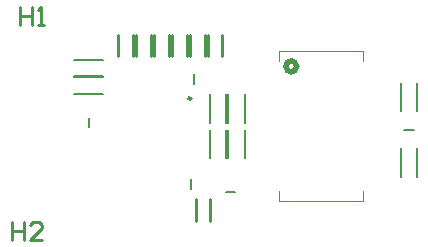
<source format=gto>
G04*
G04 #@! TF.GenerationSoftware,Altium Limited,Altium Designer,20.0.2 (26)*
G04*
G04 Layer_Color=65535*
%FSLAX25Y25*%
%MOIN*%
G70*
G01*
G75*
%ADD10C,0.02000*%
%ADD11C,0.00984*%
%ADD12C,0.00600*%
%ADD13C,0.01000*%
%ADD14C,0.00394*%
D10*
X78753Y57402D02*
G03*
X78753Y57402I-1803J0D01*
G01*
D11*
X43645Y46752D02*
G03*
X43645Y46752I-492J0D01*
G01*
D12*
X4676Y53833D02*
X14124D01*
X4676Y48321D02*
X14124D01*
X4676Y59556D02*
X14124D01*
X4676Y54044D02*
X14124D01*
X119006Y20626D02*
Y30074D01*
X113494Y20626D02*
Y30074D01*
Y42476D02*
Y51924D01*
X119006Y42476D02*
Y51924D01*
X55256Y38576D02*
Y48024D01*
X49744Y38576D02*
Y48024D01*
X61556Y38576D02*
Y48024D01*
X56044Y38576D02*
Y48024D01*
Y26876D02*
Y36324D01*
X61556Y26876D02*
Y36324D01*
X49744Y26876D02*
Y36324D01*
X55256Y26876D02*
Y36324D01*
X9401Y37075D02*
Y40225D01*
X55225Y15600D02*
X58375D01*
X114675Y36276D02*
X117825D01*
X44701Y51675D02*
Y54825D01*
X43400Y16575D02*
Y19725D01*
D13*
X49338Y60907D02*
Y67993D01*
X54062Y60907D02*
Y67993D01*
X43348Y60907D02*
Y67993D01*
X48072Y60907D02*
Y67993D01*
X37358Y60907D02*
Y67993D01*
X42082Y60907D02*
Y67993D01*
X31368Y60907D02*
Y67993D01*
X36092Y60907D02*
Y67993D01*
X45338Y5957D02*
Y13043D01*
X50062Y5957D02*
Y13043D01*
X24112Y60907D02*
Y67993D01*
X19388Y60907D02*
Y67993D01*
X30102Y60907D02*
Y67993D01*
X25378Y60907D02*
Y67993D01*
X-16200Y5648D02*
Y-350D01*
Y2649D01*
X-12201D01*
Y5648D01*
Y-350D01*
X-6203D02*
X-10202D01*
X-6203Y3649D01*
Y4648D01*
X-7203Y5648D01*
X-9202D01*
X-10202Y4648D01*
X-13400Y77098D02*
Y71100D01*
Y74099D01*
X-9401D01*
Y77098D01*
Y71100D01*
X-7402D02*
X-5403D01*
X-6402D01*
Y77098D01*
X-7402Y76098D01*
D14*
X100946Y59055D02*
Y62402D01*
X100730D02*
X100946D01*
X72954D02*
X100730D01*
X72954Y59055D02*
Y62402D01*
X100946Y12402D02*
Y15748D01*
X100730Y12402D02*
X100946D01*
X72954D02*
X100730D01*
X72954D02*
Y15748D01*
M02*

</source>
